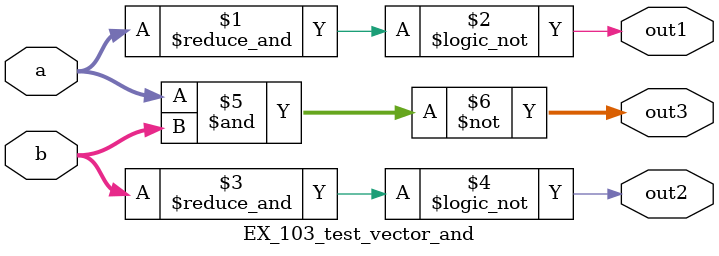
<source format=v>
`timescale 1 ns/1 ns

module EX_103_test_vector_and(a, b, out1, out2, out3);
input	[7:0]	a, b;
output		out1,out2;
output	[7:0]	out3;

wire	[7:0]	out3;
wire		out2,out1;

assign	out1 = ~&a;

assign	out2 = ~&b;

assign  out3 =  ~(a&b);

endmodule

</source>
